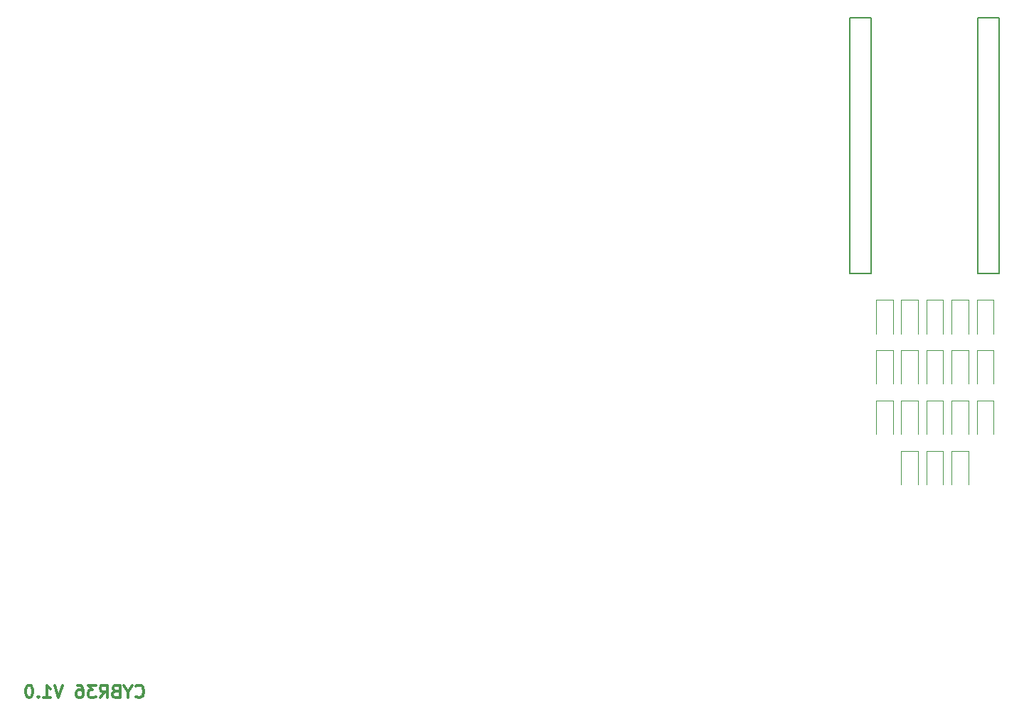
<source format=gbr>
%TF.GenerationSoftware,KiCad,Pcbnew,7.0.2*%
%TF.CreationDate,2023-10-26T02:33:03+11:00*%
%TF.ProjectId,cybr36,63796272-3336-42e6-9b69-6361645f7063,rev?*%
%TF.SameCoordinates,Original*%
%TF.FileFunction,Legend,Bot*%
%TF.FilePolarity,Positive*%
%FSLAX46Y46*%
G04 Gerber Fmt 4.6, Leading zero omitted, Abs format (unit mm)*
G04 Created by KiCad (PCBNEW 7.0.2) date 2023-10-26 02:33:03*
%MOMM*%
%LPD*%
G01*
G04 APERTURE LIST*
%ADD10C,0.300000*%
%ADD11C,0.150000*%
%ADD12C,0.120000*%
G04 APERTURE END LIST*
D10*
X95385714Y-136273571D02*
X95457142Y-136345000D01*
X95457142Y-136345000D02*
X95671428Y-136416428D01*
X95671428Y-136416428D02*
X95814285Y-136416428D01*
X95814285Y-136416428D02*
X96028571Y-136345000D01*
X96028571Y-136345000D02*
X96171428Y-136202142D01*
X96171428Y-136202142D02*
X96242857Y-136059285D01*
X96242857Y-136059285D02*
X96314285Y-135773571D01*
X96314285Y-135773571D02*
X96314285Y-135559285D01*
X96314285Y-135559285D02*
X96242857Y-135273571D01*
X96242857Y-135273571D02*
X96171428Y-135130714D01*
X96171428Y-135130714D02*
X96028571Y-134987857D01*
X96028571Y-134987857D02*
X95814285Y-134916428D01*
X95814285Y-134916428D02*
X95671428Y-134916428D01*
X95671428Y-134916428D02*
X95457142Y-134987857D01*
X95457142Y-134987857D02*
X95385714Y-135059285D01*
X94457142Y-135702142D02*
X94457142Y-136416428D01*
X94957142Y-134916428D02*
X94457142Y-135702142D01*
X94457142Y-135702142D02*
X93957142Y-134916428D01*
X92957143Y-135630714D02*
X92742857Y-135702142D01*
X92742857Y-135702142D02*
X92671428Y-135773571D01*
X92671428Y-135773571D02*
X92600000Y-135916428D01*
X92600000Y-135916428D02*
X92600000Y-136130714D01*
X92600000Y-136130714D02*
X92671428Y-136273571D01*
X92671428Y-136273571D02*
X92742857Y-136345000D01*
X92742857Y-136345000D02*
X92885714Y-136416428D01*
X92885714Y-136416428D02*
X93457143Y-136416428D01*
X93457143Y-136416428D02*
X93457143Y-134916428D01*
X93457143Y-134916428D02*
X92957143Y-134916428D01*
X92957143Y-134916428D02*
X92814286Y-134987857D01*
X92814286Y-134987857D02*
X92742857Y-135059285D01*
X92742857Y-135059285D02*
X92671428Y-135202142D01*
X92671428Y-135202142D02*
X92671428Y-135345000D01*
X92671428Y-135345000D02*
X92742857Y-135487857D01*
X92742857Y-135487857D02*
X92814286Y-135559285D01*
X92814286Y-135559285D02*
X92957143Y-135630714D01*
X92957143Y-135630714D02*
X93457143Y-135630714D01*
X91100000Y-136416428D02*
X91600000Y-135702142D01*
X91957143Y-136416428D02*
X91957143Y-134916428D01*
X91957143Y-134916428D02*
X91385714Y-134916428D01*
X91385714Y-134916428D02*
X91242857Y-134987857D01*
X91242857Y-134987857D02*
X91171428Y-135059285D01*
X91171428Y-135059285D02*
X91100000Y-135202142D01*
X91100000Y-135202142D02*
X91100000Y-135416428D01*
X91100000Y-135416428D02*
X91171428Y-135559285D01*
X91171428Y-135559285D02*
X91242857Y-135630714D01*
X91242857Y-135630714D02*
X91385714Y-135702142D01*
X91385714Y-135702142D02*
X91957143Y-135702142D01*
X90600000Y-134916428D02*
X89671428Y-134916428D01*
X89671428Y-134916428D02*
X90171428Y-135487857D01*
X90171428Y-135487857D02*
X89957143Y-135487857D01*
X89957143Y-135487857D02*
X89814286Y-135559285D01*
X89814286Y-135559285D02*
X89742857Y-135630714D01*
X89742857Y-135630714D02*
X89671428Y-135773571D01*
X89671428Y-135773571D02*
X89671428Y-136130714D01*
X89671428Y-136130714D02*
X89742857Y-136273571D01*
X89742857Y-136273571D02*
X89814286Y-136345000D01*
X89814286Y-136345000D02*
X89957143Y-136416428D01*
X89957143Y-136416428D02*
X90385714Y-136416428D01*
X90385714Y-136416428D02*
X90528571Y-136345000D01*
X90528571Y-136345000D02*
X90600000Y-136273571D01*
X88385715Y-134916428D02*
X88671429Y-134916428D01*
X88671429Y-134916428D02*
X88814286Y-134987857D01*
X88814286Y-134987857D02*
X88885715Y-135059285D01*
X88885715Y-135059285D02*
X89028572Y-135273571D01*
X89028572Y-135273571D02*
X89100000Y-135559285D01*
X89100000Y-135559285D02*
X89100000Y-136130714D01*
X89100000Y-136130714D02*
X89028572Y-136273571D01*
X89028572Y-136273571D02*
X88957143Y-136345000D01*
X88957143Y-136345000D02*
X88814286Y-136416428D01*
X88814286Y-136416428D02*
X88528572Y-136416428D01*
X88528572Y-136416428D02*
X88385715Y-136345000D01*
X88385715Y-136345000D02*
X88314286Y-136273571D01*
X88314286Y-136273571D02*
X88242857Y-136130714D01*
X88242857Y-136130714D02*
X88242857Y-135773571D01*
X88242857Y-135773571D02*
X88314286Y-135630714D01*
X88314286Y-135630714D02*
X88385715Y-135559285D01*
X88385715Y-135559285D02*
X88528572Y-135487857D01*
X88528572Y-135487857D02*
X88814286Y-135487857D01*
X88814286Y-135487857D02*
X88957143Y-135559285D01*
X88957143Y-135559285D02*
X89028572Y-135630714D01*
X89028572Y-135630714D02*
X89100000Y-135773571D01*
X86671429Y-134916428D02*
X86171429Y-136416428D01*
X86171429Y-136416428D02*
X85671429Y-134916428D01*
X84385715Y-136416428D02*
X85242858Y-136416428D01*
X84814287Y-136416428D02*
X84814287Y-134916428D01*
X84814287Y-134916428D02*
X84957144Y-135130714D01*
X84957144Y-135130714D02*
X85100001Y-135273571D01*
X85100001Y-135273571D02*
X85242858Y-135345000D01*
X83742859Y-136273571D02*
X83671430Y-136345000D01*
X83671430Y-136345000D02*
X83742859Y-136416428D01*
X83742859Y-136416428D02*
X83814287Y-136345000D01*
X83814287Y-136345000D02*
X83742859Y-136273571D01*
X83742859Y-136273571D02*
X83742859Y-136416428D01*
X82742858Y-134916428D02*
X82600001Y-134916428D01*
X82600001Y-134916428D02*
X82457144Y-134987857D01*
X82457144Y-134987857D02*
X82385716Y-135059285D01*
X82385716Y-135059285D02*
X82314287Y-135202142D01*
X82314287Y-135202142D02*
X82242858Y-135487857D01*
X82242858Y-135487857D02*
X82242858Y-135845000D01*
X82242858Y-135845000D02*
X82314287Y-136130714D01*
X82314287Y-136130714D02*
X82385716Y-136273571D01*
X82385716Y-136273571D02*
X82457144Y-136345000D01*
X82457144Y-136345000D02*
X82600001Y-136416428D01*
X82600001Y-136416428D02*
X82742858Y-136416428D01*
X82742858Y-136416428D02*
X82885716Y-136345000D01*
X82885716Y-136345000D02*
X82957144Y-136273571D01*
X82957144Y-136273571D02*
X83028573Y-136130714D01*
X83028573Y-136130714D02*
X83100001Y-135845000D01*
X83100001Y-135845000D02*
X83100001Y-135487857D01*
X83100001Y-135487857D02*
X83028573Y-135202142D01*
X83028573Y-135202142D02*
X82957144Y-135059285D01*
X82957144Y-135059285D02*
X82885716Y-134987857D01*
X82885716Y-134987857D02*
X82742858Y-134916428D01*
D11*
%TO.C,U1*%
X182880000Y-55372000D02*
X182880000Y-85852000D01*
X195580000Y-55372000D02*
X198120000Y-55372000D01*
X195580000Y-85852000D02*
X195580000Y-55372000D01*
X180340000Y-85852000D02*
X180340000Y-55372000D01*
X182880000Y-85852000D02*
X180340000Y-85852000D01*
X180340000Y-55372000D02*
X182880000Y-55372000D01*
X198120000Y-55372000D02*
X198120000Y-85852000D01*
X198120000Y-85852000D02*
X195580000Y-85852000D01*
D12*
%TO.C,D18*%
X194500000Y-107000000D02*
X194500000Y-111010000D01*
X192500000Y-107000000D02*
X194500000Y-107000000D01*
X192500000Y-107000000D02*
X192500000Y-111010000D01*
%TO.C,D4*%
X186500000Y-89000000D02*
X186500000Y-93010000D01*
X186500000Y-89000000D02*
X188500000Y-89000000D01*
X188500000Y-89000000D02*
X188500000Y-93010000D01*
%TO.C,D16*%
X197500000Y-95000000D02*
X197500000Y-99010000D01*
X195500000Y-95000000D02*
X197500000Y-95000000D01*
X195500000Y-95000000D02*
X195500000Y-99010000D01*
%TO.C,D13*%
X194500000Y-101000000D02*
X194500000Y-105010000D01*
X192500000Y-101000000D02*
X194500000Y-101000000D01*
X192500000Y-101000000D02*
X192500000Y-105010000D01*
%TO.C,D9*%
X191500000Y-101000000D02*
X191500000Y-105010000D01*
X189500000Y-101000000D02*
X191500000Y-101000000D01*
X189500000Y-101000000D02*
X189500000Y-105010000D01*
%TO.C,D15*%
X195500000Y-89000000D02*
X195500000Y-93010000D01*
X195500000Y-89000000D02*
X197500000Y-89000000D01*
X197500000Y-89000000D02*
X197500000Y-93010000D01*
%TO.C,D1*%
X185500000Y-89000000D02*
X185500000Y-93010000D01*
X183500000Y-89000000D02*
X185500000Y-89000000D01*
X183500000Y-89000000D02*
X183500000Y-93010000D01*
%TO.C,D3*%
X185500000Y-101000000D02*
X185500000Y-105010000D01*
X183500000Y-101000000D02*
X185500000Y-101000000D01*
X183500000Y-101000000D02*
X183500000Y-105010000D01*
%TO.C,D8*%
X191500000Y-95000000D02*
X191500000Y-99010000D01*
X189500000Y-95000000D02*
X191500000Y-95000000D01*
X189500000Y-95000000D02*
X189500000Y-99010000D01*
%TO.C,D7*%
X189500000Y-89000000D02*
X189500000Y-93010000D01*
X189500000Y-89000000D02*
X191500000Y-89000000D01*
X191500000Y-89000000D02*
X191500000Y-93010000D01*
%TO.C,D10*%
X188500000Y-107000000D02*
X188500000Y-111010000D01*
X186500000Y-107000000D02*
X188500000Y-107000000D01*
X186500000Y-107000000D02*
X186500000Y-111010000D01*
%TO.C,D17*%
X197500000Y-101000000D02*
X197500000Y-105010000D01*
X195500000Y-101000000D02*
X197500000Y-101000000D01*
X195500000Y-101000000D02*
X195500000Y-105010000D01*
%TO.C,D2*%
X185500000Y-95000000D02*
X185500000Y-99010000D01*
X183500000Y-95000000D02*
X185500000Y-95000000D01*
X183500000Y-95000000D02*
X183500000Y-99010000D01*
%TO.C,D12*%
X194500000Y-95000000D02*
X194500000Y-99010000D01*
X192500000Y-95000000D02*
X194500000Y-95000000D01*
X192500000Y-95000000D02*
X192500000Y-99010000D01*
%TO.C,D6*%
X188500000Y-101000000D02*
X188500000Y-105010000D01*
X186500000Y-101000000D02*
X188500000Y-101000000D01*
X186500000Y-101000000D02*
X186500000Y-105010000D01*
%TO.C,D11*%
X192500000Y-89000000D02*
X192500000Y-93010000D01*
X192500000Y-89000000D02*
X194500000Y-89000000D01*
X194500000Y-89000000D02*
X194500000Y-93010000D01*
%TO.C,D14*%
X191500000Y-107000000D02*
X191500000Y-111010000D01*
X189500000Y-107000000D02*
X191500000Y-107000000D01*
X189500000Y-107000000D02*
X189500000Y-111010000D01*
%TO.C,D5*%
X188500000Y-95000000D02*
X188500000Y-99010000D01*
X186500000Y-95000000D02*
X188500000Y-95000000D01*
X186500000Y-95000000D02*
X186500000Y-99010000D01*
%TD*%
M02*

</source>
